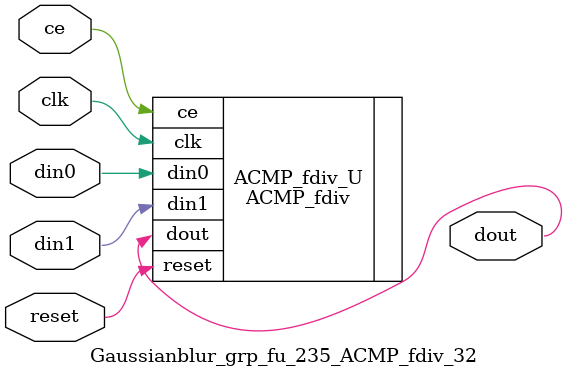
<source format=v>

`timescale 1 ns / 1 ps
module Gaussianblur_grp_fu_235_ACMP_fdiv_32(
    clk,
    reset,
    ce,
    din0,
    din1,
    dout);

parameter ID = 32'd1;
parameter NUM_STAGE = 32'd1;
parameter din0_WIDTH = 32'd1;
parameter din1_WIDTH = 32'd1;
parameter dout_WIDTH = 32'd1;
input clk;
input reset;
input ce;
input[din0_WIDTH - 1:0] din0;
input[din1_WIDTH - 1:0] din1;
output[dout_WIDTH - 1:0] dout;



ACMP_fdiv #(
.ID( ID ),
.NUM_STAGE( 10 ),
.din0_WIDTH( din0_WIDTH ),
.din1_WIDTH( din1_WIDTH ),
.dout_WIDTH( dout_WIDTH ))
ACMP_fdiv_U(
    .clk( clk ),
    .reset( reset ),
    .ce( ce ),
    .din0( din0 ),
    .din1( din1 ),
    .dout( dout ));

endmodule

</source>
